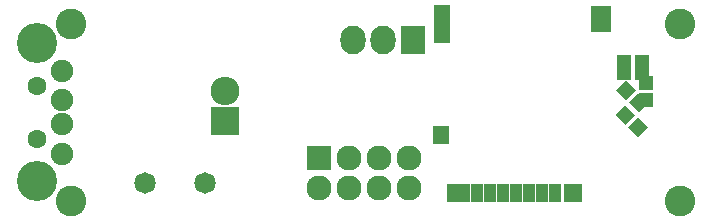
<source format=gbs>
G04 #@! TF.FileFunction,Soldermask,Bot*
%FSLAX46Y46*%
G04 Gerber Fmt 4.6, Leading zero omitted, Abs format (unit mm)*
G04 Created by KiCad (PCBNEW (2015-11-24 BZR 6329)-product) date Sat 01 Oct 2016 01:52:16 AM EDT*
%MOMM*%
G01*
G04 APERTURE LIST*
%ADD10C,0.100000*%
%ADD11R,1.100000X1.600000*%
%ADD12R,1.400000X3.200000*%
%ADD13R,1.700000X2.300000*%
%ADD14R,1.500000X1.600000*%
%ADD15R,1.400000X1.600000*%
%ADD16R,2.127200X2.127200*%
%ADD17O,2.127200X2.127200*%
%ADD18C,2.600000*%
%ADD19C,1.901140*%
%ADD20C,3.399740*%
%ADD21C,1.600000*%
%ADD22R,2.432000X2.432000*%
%ADD23O,2.432000X2.432000*%
%ADD24R,2.127200X2.432000*%
%ADD25O,2.127200X2.432000*%
%ADD26C,1.822400*%
%ADD27R,1.150000X1.200000*%
%ADD28R,1.200000X1.150000*%
G04 APERTURE END LIST*
D10*
D11*
X161870000Y-112774000D03*
D12*
X158870000Y-98474000D03*
D13*
X172370000Y-98024000D03*
D11*
X160770000Y-112774000D03*
X162970000Y-112774000D03*
X164070000Y-112774000D03*
X165170000Y-112774000D03*
X166270000Y-112774000D03*
X167370000Y-112774000D03*
X168470000Y-112774000D03*
D14*
X170020000Y-112774000D03*
D11*
X159820000Y-112774000D03*
D15*
X158770000Y-107874000D03*
D16*
X148500000Y-109800000D03*
D17*
X148500000Y-112340000D03*
X151040000Y-109800000D03*
X151040000Y-112340000D03*
X153580000Y-109800000D03*
X153580000Y-112340000D03*
X156120000Y-109800000D03*
X156120000Y-112340000D03*
D18*
X179000000Y-98500000D03*
X179000000Y-113500000D03*
X127500000Y-113500000D03*
X127500000Y-98500000D03*
D19*
X126700000Y-102450000D03*
X126700000Y-104950000D03*
X126700000Y-106960000D03*
X126700000Y-109450000D03*
D20*
X124600000Y-100100000D03*
X124600000Y-111800000D03*
D21*
X124600000Y-103700000D03*
X124600000Y-108200000D03*
D22*
X140525000Y-106675000D03*
D23*
X140525000Y-104135000D03*
D24*
X156400000Y-99800000D03*
D25*
X153860000Y-99800000D03*
X151320000Y-99800000D03*
D26*
X138800000Y-111950000D03*
X133720000Y-111950000D03*
D10*
G36*
X173638820Y-104051992D02*
X174451992Y-103238820D01*
X175300520Y-104087348D01*
X174487348Y-104900520D01*
X173638820Y-104051992D01*
X173638820Y-104051992D01*
G37*
G36*
X174699480Y-105112652D02*
X175512652Y-104299480D01*
X176361180Y-105148008D01*
X175548008Y-105961180D01*
X174699480Y-105112652D01*
X174699480Y-105112652D01*
G37*
D27*
X176200000Y-104950000D03*
X176200000Y-103450000D03*
D10*
G36*
X173588820Y-106151992D02*
X174401992Y-105338820D01*
X175250520Y-106187348D01*
X174437348Y-107000520D01*
X173588820Y-106151992D01*
X173588820Y-106151992D01*
G37*
G36*
X174649480Y-107212652D02*
X175462652Y-106399480D01*
X176311180Y-107248008D01*
X175498008Y-108061180D01*
X174649480Y-107212652D01*
X174649480Y-107212652D01*
G37*
D28*
X174300000Y-101700000D03*
X175800000Y-101700000D03*
X174300000Y-102650000D03*
X175800000Y-102650000D03*
M02*

</source>
